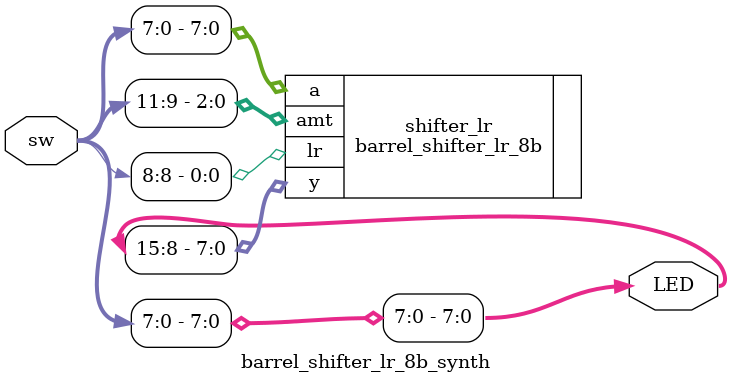
<source format=v>
`timescale 1ns / 1ps


module barrel_shifter_lr_8b_synth(
    input [15:0] sw,       
    output [15:0] LED
    );
    
    assign LED[7:0] = sw[7:0];
    
    barrel_shifter_lr_8b shifter_lr(.a(sw[7:0]), .lr(sw[8]), .amt(sw[11:9]), .y(LED[15:8]));
//    barrel_shifter_r_8b shifter_lr(.a(sw[7:0]), .lr(sw[8]), .amt(sw[11:9]), .y(LED[15:8]));

    
endmodule

</source>
